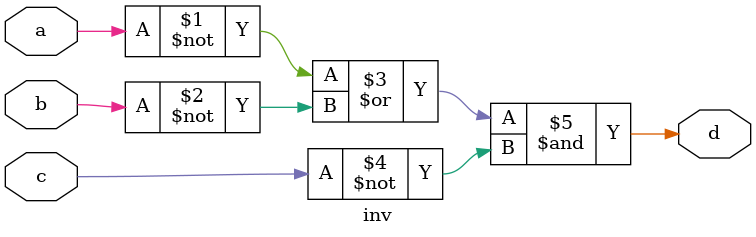
<source format=v>
`timescale 1ns / 1ps

module inv(a, b, c, d);
input a, b, c;
output d;

assign d = ((~a)|(~b))&(~c);
endmodule

</source>
